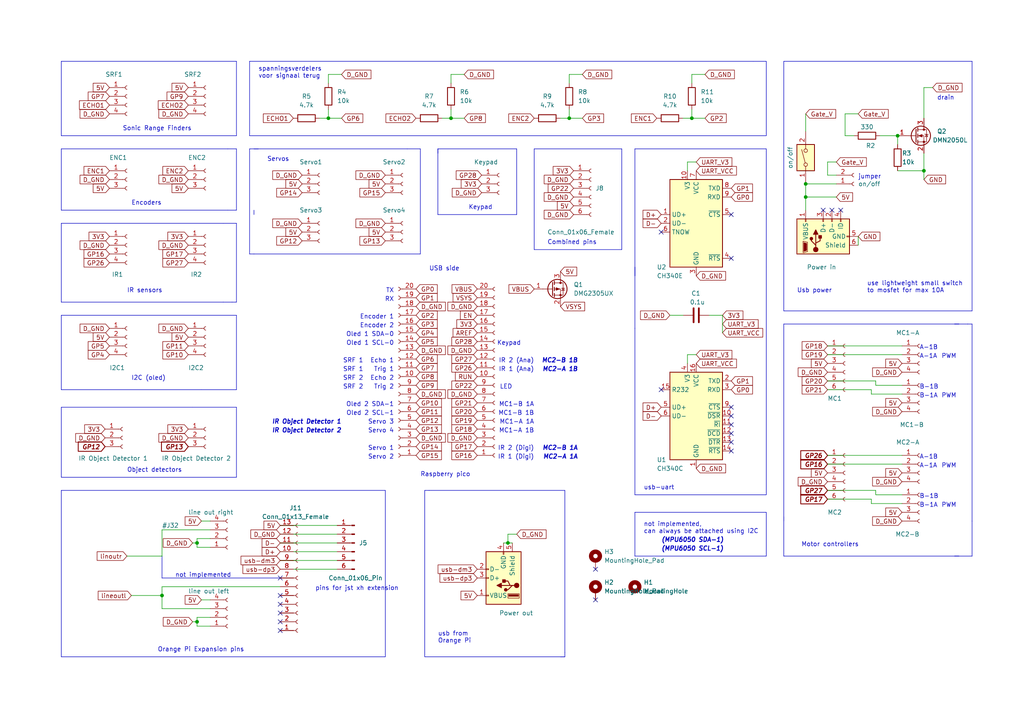
<source format=kicad_sch>
(kicad_sch (version 20230121) (generator eeschema)
  (paper "A4")
  (title_block (date "2023-06-09") (rev "0.8"))
  (junction (at 233.68 53.34))
  (junction (at 130.81 34.29))
  (junction (at 147.32 157.48))
  (junction (at 233.68 57.15))
  (junction (at 57.15 180.34))
  (junction (at 165.1 34.29))
  (junction (at 267.97 49.53))
  (junction (at 46.99 172.72))
  (junction (at 260.35 39.37))
  (junction (at 95.25 34.29))
  (junction (at 200.66 34.29))
  (junction (at 57.15 157.48))
  (no_connect (at 243.84 60.96))
  (no_connect (at 212.09 74.93))
  (no_connect (at 334.01 67.31))
  (no_connect (at 241.3 60.96))
  (no_connect (at 81.28 167.64))
  (no_connect (at 334.01 69.85))
  (no_connect (at 334.01 59.69))
  (no_connect (at 172.72 165.1))
  (no_connect (at 334.01 64.77))
  (no_connect (at 81.28 180.34))
  (no_connect (at 212.09 123.19))
  (no_connect (at 212.09 125.73))
  (no_connect (at 212.09 128.27))
  (no_connect (at 212.09 130.81))
  (no_connect (at 212.09 120.65))
  (no_connect (at 212.09 118.11))
  (no_connect (at 191.77 113.03))
  (no_connect (at 172.72 173.99))
  (no_connect (at 191.77 67.31))
  (no_connect (at 334.01 74.93))
  (no_connect (at 238.76 60.96))
  (no_connect (at 334.01 72.39))
  (no_connect (at 81.28 182.88))
  (no_connect (at 212.09 62.23))
  (no_connect (at 81.28 175.26))
  (no_connect (at 81.28 177.8))
  (no_connect (at 81.28 172.72))
  (wire (pts (xy 36.83 161.29) (xy 46.99 161.29)))
  (wire (pts (xy 318.77 77.47) (xy 334.01 77.47)))
  (wire (pts (xy 55.88 157.48) (xy 57.15 157.48)))
  (wire (pts (xy 38.1 172.72) (xy 46.99 172.72)))
  (polyline (pts (xy 281.94 17.78) (xy 227.33 17.78)))
  (wire (pts (xy 240.03 50.8) (xy 242.57 50.8)))
  (polyline (pts (xy 46.99 161.29) (xy 46.99 167.64)))
  (wire (pts (xy 318.77 87.63) (xy 318.77 86.36)))
  (polyline (pts (xy 281.94 151.13) (xy 281.94 161.29)))
  (polyline (pts (xy 73.66 62.23) (xy 73.66 60.96)))
  (polyline (pts (xy 163.83 189.23) (xy 163.83 190.5)))
  (wire (pts (xy 57.15 181.61) (xy 57.15 180.34)))
  (polyline (pts (xy 111.76 142.24) (xy 17.78 142.24)))
  (polyline (pts (xy 17.78 64.77) (xy 64.77 64.77)))
  (wire (pts (xy 245.11 39.37) (xy 247.65 39.37)))
  (polyline (pts (xy 227.33 93.98) (xy 227.33 151.13)))
  (wire (pts (xy 57.15 179.07) (xy 60.96 179.07)))
  (polyline (pts (xy 121.92 73.66) (xy 121.92 43.18)))
  (wire (pts (xy 254 143.51) (xy 261.62 143.51)))
  (wire (pts (xy 240.03 110.49) (xy 254 110.49)))
  (polyline (pts (xy 17.78 118.11) (xy 17.78 138.43)))
  (wire (pts (xy 331.47 57.15) (xy 334.01 57.15)))
  (polyline (pts (xy 17.78 142.24) (xy 17.78 190.5)))
  (polyline (pts (xy 111.76 190.5) (xy 111.76 142.24)))
  (polyline (pts (xy 127 62.23) (xy 149.86 62.23)))
  (polyline (pts (xy 149.86 62.23) (xy 149.86 43.18)))
  (wire (pts (xy 55.88 180.34) (xy 57.15 180.34)))
  (polyline (pts (xy 227.33 149.86) (xy 227.33 161.29)))
  (wire (pts (xy 254 142.24) (xy 254 143.51)))
  (wire (pts (xy 198.12 34.29) (xy 200.66 34.29)))
  (wire (pts (xy 201.93 102.87) (xy 199.39 102.87)))
  (polyline (pts (xy 184.15 148.59) (xy 222.25 148.59)))
  (wire (pts (xy 252.73 146.05) (xy 261.62 146.05)))
  (wire (pts (xy 267.97 25.4) (xy 270.51 25.4)))
  (wire (pts (xy 201.93 46.99) (xy 199.39 46.99)))
  (polyline (pts (xy 149.86 43.18) (xy 127 43.18)))
  (wire (pts (xy 252.73 113.03) (xy 252.73 114.3)))
  (polyline (pts (xy 222.25 143.51) (xy 222.25 95.25)))
  (wire (pts (xy 95.25 21.59) (xy 95.25 24.13)))
  (polyline (pts (xy 163.83 142.24) (xy 163.83 189.23)))
  (wire (pts (xy 260.35 39.37) (xy 260.35 41.91)))
  (wire (pts (xy 168.91 21.59) (xy 165.1 21.59)))
  (wire (pts (xy 60.96 181.61) (xy 57.15 181.61)))
  (polyline (pts (xy 73.66 43.18) (xy 118.11 43.18)))
  (polyline (pts (xy 222.25 43.18) (xy 222.25 77.47)))
  (polyline (pts (xy 227.33 90.17) (xy 281.94 90.17)))
  (polyline (pts (xy 163.83 190.5) (xy 123.19 190.5)))
  (polyline (pts (xy 218.44 39.37) (xy 222.25 39.37)))
  (polyline (pts (xy 123.19 142.24) (xy 124.46 142.24)))
  (wire (pts (xy 252.73 114.3) (xy 261.62 114.3)))
  (polyline (pts (xy 17.78 17.78) (xy 68.58 17.78)))
  (polyline (pts (xy 184.15 43.18) (xy 184.15 80.01)))
  (polyline (pts (xy 72.39 73.66) (xy 73.66 73.66)))
  (wire (pts (xy 233.68 53.34) (xy 233.68 57.15)))
  (wire (pts (xy 46.99 170.18) (xy 81.28 170.18)))
  (polyline (pts (xy 17.78 64.77) (xy 17.78 87.63)))
  (polyline (pts (xy 184.15 161.29) (xy 184.15 148.59)))
  (wire (pts (xy 194.31 91.44) (xy 198.12 91.44)))
  (polyline (pts (xy 68.58 113.03) (xy 68.58 91.44)))
  (wire (pts (xy 242.57 46.99) (xy 240.03 46.99)))
  (wire (pts (xy 240.03 113.03) (xy 252.73 113.03)))
  (polyline (pts (xy 17.78 39.37) (xy 68.58 39.37)))
  (polyline (pts (xy 124.46 142.24) (xy 163.83 142.24)))
  (polyline (pts (xy 17.78 60.96) (xy 66.04 60.96)))
  (polyline (pts (xy 227.33 161.29) (xy 278.13 161.29)))
  (wire (pts (xy 57.15 157.48) (xy 57.15 156.21)))
  (polyline (pts (xy 74.93 43.18) (xy 72.39 43.18)))
  (wire (pts (xy 46.99 172.72) (xy 46.99 176.53)))
  (polyline (pts (xy 280.67 93.98) (xy 281.94 93.98)))
  (wire (pts (xy 318.77 78.74) (xy 318.77 77.47)))
  (wire (pts (xy 148.59 157.48) (xy 147.32 157.48)))
  (polyline (pts (xy 46.99 167.64) (xy 81.28 167.64)))
  (polyline (pts (xy 72.39 39.37) (xy 218.44 39.37)))
  (wire (pts (xy 252.73 144.78) (xy 252.73 146.05)))
  (wire (pts (xy 254 110.49) (xy 254 111.76)))
  (wire (pts (xy 245.11 33.02) (xy 245.11 39.37)))
  (wire (pts (xy 318.77 62.23) (xy 334.01 62.23)))
  (polyline (pts (xy 154.94 43.18) (xy 180.34 43.18)))
  (wire (pts (xy 165.1 21.59) (xy 165.1 24.13)))
  (polyline (pts (xy 218.44 17.78) (xy 222.25 17.78)))
  (wire (pts (xy 204.47 21.59) (xy 200.66 21.59)))
  (polyline (pts (xy 154.94 43.18) (xy 154.94 72.39)))
  (wire (pts (xy 267.97 49.53) (xy 267.97 52.07)))
  (wire (pts (xy 95.25 34.29) (xy 95.25 31.75)))
  (polyline (pts (xy 127 43.18) (xy 127 44.45)))
  (wire (pts (xy 130.81 21.59) (xy 134.62 21.59)))
  (wire (pts (xy 92.71 34.29) (xy 95.25 34.29)))
  (wire (pts (xy 240.03 100.33) (xy 261.62 100.33)))
  (polyline (pts (xy 67.31 87.63) (xy 68.58 87.63)))
  (wire (pts (xy 240.03 132.08) (xy 261.62 132.08)))
  (wire (pts (xy 318.77 63.5) (xy 318.77 62.23)))
  (wire (pts (xy 205.74 91.44) (xy 209.55 91.44)))
  (wire (pts (xy 267.97 44.45) (xy 267.97 49.53)))
  (polyline (pts (xy 127 43.18) (xy 127 62.23)))
  (wire (pts (xy 233.68 57.15) (xy 242.57 57.15)))
  (wire (pts (xy 130.81 34.29) (xy 134.62 34.29)))
  (polyline (pts (xy 66.04 60.96) (xy 68.58 60.96)))
  (wire (pts (xy 199.39 46.99) (xy 199.39 49.53)))
  (polyline (pts (xy 64.77 87.63) (xy 67.31 87.63)))
  (wire (pts (xy 97.79 162.56) (xy 81.28 162.56)))
  (polyline (pts (xy 227.33 93.98) (xy 278.13 93.98)))
  (polyline (pts (xy 17.78 17.78) (xy 17.78 39.37)))
  (wire (pts (xy 97.79 157.48) (xy 81.28 157.48)))
  (polyline (pts (xy 118.11 43.18) (xy 121.92 43.18)))
  (polyline (pts (xy 58.42 91.44) (xy 68.58 91.44)))
  (wire (pts (xy 260.35 49.53) (xy 267.97 49.53)))
  (wire (pts (xy 200.66 34.29) (xy 200.66 31.75)))
  (wire (pts (xy 46.99 153.67) (xy 60.96 153.67)))
  (wire (pts (xy 317.5 87.63) (xy 318.77 87.63)))
  (polyline (pts (xy 68.58 17.78) (xy 68.58 39.37)))
  (wire (pts (xy 97.79 165.1) (xy 81.28 165.1)))
  (wire (pts (xy 97.79 154.94) (xy 81.28 154.94)))
  (polyline (pts (xy 227.33 17.78) (xy 227.33 90.17)))
  (wire (pts (xy 57.15 156.21) (xy 60.96 156.21)))
  (polyline (pts (xy 180.34 72.39) (xy 154.94 72.39)))
  (polyline (pts (xy 184.15 43.18) (xy 222.25 43.18)))
  (polyline (pts (xy 123.19 189.23) (xy 123.19 142.24)))
  (wire (pts (xy 254 111.76) (xy 261.62 111.76)))
  (wire (pts (xy 240.03 46.99) (xy 240.03 50.8)))
  (polyline (pts (xy 281.94 90.17) (xy 281.94 17.78)))
  (wire (pts (xy 58.42 173.99) (xy 60.96 173.99)))
  (polyline (pts (xy 184.15 143.51) (xy 222.25 143.51)))
  (wire (pts (xy 233.68 57.15) (xy 233.68 60.96)))
  (polyline (pts (xy 184.15 95.25) (xy 184.15 143.51)))
  (polyline (pts (xy 121.92 73.66) (xy 73.66 73.66)))
  (wire (pts (xy 147.32 157.48) (xy 146.05 157.48)))
  (polyline (pts (xy 68.58 138.43) (xy 68.58 118.11)))
  (wire (pts (xy 204.47 34.29) (xy 200.66 34.29)))
  (polyline (pts (xy 276.86 161.29) (xy 281.94 161.29)))
  (polyline (pts (xy 180.34 43.18) (xy 180.34 72.39)))
  (wire (pts (xy 95.25 34.29) (xy 99.06 34.29)))
  (polyline (pts (xy 68.58 60.96) (xy 68.58 43.18)))
  (wire (pts (xy 97.79 160.02) (xy 81.28 160.02)))
  (wire (pts (xy 147.32 154.94) (xy 147.32 157.48)))
  (wire (pts (xy 97.79 152.4) (xy 81.28 152.4)))
  (polyline (pts (xy 55.88 118.11) (xy 17.78 118.11)))
  (polyline (pts (xy 276.86 93.98) (xy 280.67 93.98)))
  (wire (pts (xy 46.99 176.53) (xy 60.96 176.53)))
  (polyline (pts (xy 55.88 118.11) (xy 68.58 118.11)))
  (wire (pts (xy 128.27 34.29) (xy 130.81 34.29)))
  (wire (pts (xy 46.99 153.67) (xy 46.99 161.29)))
  (wire (pts (xy 240.03 142.24) (xy 254 142.24)))
  (polyline (pts (xy 222.25 161.29) (xy 184.15 161.29)))
  (polyline (pts (xy 17.78 190.5) (xy 111.76 190.5)))
  (polyline (pts (xy 222.25 77.47) (xy 222.25 95.25)))
  (polyline (pts (xy 64.77 64.77) (xy 68.58 64.77)))
  (wire (pts (xy 60.96 158.75) (xy 57.15 158.75)))
  (polyline (pts (xy 17.78 113.03) (xy 58.42 113.03)))
  (wire (pts (xy 255.27 39.37) (xy 260.35 39.37)))
  (polyline (pts (xy 72.39 17.78) (xy 72.39 39.37)))
  (wire (pts (xy 267.97 34.29) (xy 267.97 25.4)))
  (wire (pts (xy 165.1 34.29) (xy 165.1 31.75)))
  (wire (pts (xy 57.15 180.34) (xy 57.15 179.07)))
  (wire (pts (xy 209.55 91.44) (xy 209.55 96.52)))
  (polyline (pts (xy 184.15 95.25) (xy 184.15 77.47)))
  (wire (pts (xy 130.81 24.13) (xy 130.81 21.59)))
  (polyline (pts (xy 66.04 43.18) (xy 68.58 43.18)))
  (wire (pts (xy 99.06 21.59) (xy 95.25 21.59)))
  (polyline (pts (xy 222.25 39.37) (xy 222.25 17.78)))
  (wire (pts (xy 248.92 68.58) (xy 248.92 71.12)))
  (polyline (pts (xy 17.78 43.18) (xy 66.04 43.18)))
  (wire (pts (xy 162.56 34.29) (xy 165.1 34.29)))
  (wire (pts (xy 331.47 54.61) (xy 334.01 54.61)))
  (polyline (pts (xy 58.42 91.44) (xy 17.78 91.44)))
  (polyline (pts (xy 68.58 87.63) (xy 68.58 64.77)))
  (wire (pts (xy 317.5 72.39) (xy 318.77 72.39)))
  (wire (pts (xy 200.66 21.59) (xy 200.66 24.13)))
  (wire (pts (xy 358.14 54.61) (xy 355.6 54.61)))
  (polyline (pts (xy 17.78 91.44) (xy 17.78 113.03)))
  (wire (pts (xy 240.03 102.87) (xy 261.62 102.87)))
  (polyline (pts (xy 58.42 113.03) (xy 68.58 113.03)))
  (wire (pts (xy 240.03 144.78) (xy 252.73 144.78)))
  (wire (pts (xy 233.68 53.34) (xy 242.57 53.34)))
  (polyline (pts (xy 281.94 93.98) (xy 281.94 151.13)))
  (wire (pts (xy 355.6 82.55) (xy 358.14 82.55)))
  (wire (pts (xy 233.68 33.02) (xy 233.68 38.1)))
  (polyline (pts (xy 17.78 87.63) (xy 64.77 87.63)))
  (polyline (pts (xy 123.19 189.23) (xy 123.19 190.5)))
  (polyline (pts (xy 222.25 148.59) (xy 222.25 161.29)))
  (polyline (pts (xy 17.78 138.43) (xy 55.88 138.43)))
  (wire (pts (xy 46.99 170.18) (xy 46.99 172.72)))
  (wire (pts (xy 318.77 72.39) (xy 318.77 71.12)))
  (polyline (pts (xy 17.78 43.18) (xy 17.78 60.96)))
  (wire (pts (xy 248.92 33.02) (xy 245.11 33.02)))
  (wire (pts (xy 149.86 154.94) (xy 147.32 154.94)))
  (wire (pts (xy 130.81 34.29) (xy 130.81 31.75)))
  (polyline (pts (xy 72.39 17.78) (xy 218.44 17.78)))
  (wire (pts (xy 240.03 134.62) (xy 261.62 134.62)))
  (polyline (pts (xy 72.39 43.18) (xy 72.39 73.66)))
  (wire (pts (xy 199.39 102.87) (xy 199.39 105.41)))
  (wire (pts (xy 331.47 80.01) (xy 334.01 80.01)))
  (wire (pts (xy 58.42 151.13) (xy 60.96 151.13)))
  (wire (pts (xy 331.47 82.55) (xy 334.01 82.55)))
  (polyline (pts (xy 55.88 138.43) (xy 68.58 138.43)))
  (wire (pts (xy 168.91 34.29) (xy 165.1 34.29)))
  (wire (pts (xy 57.15 158.75) (xy 57.15 157.48)))
  (polyline (pts (xy 163.83 190.5) (xy 162.56 190.5)))
  (text "B-1B" (at 266.7 144.78 0) (effects (font (size 1.27 1.27)) (justify left bottom)))
  (text "SRF 2" (at 105.41 113.03 0) (effects (font (size 1.27 1.27)) (justify right bottom)))
  (text "Encoders" (at 38.1 59.69 0) (effects (font (size 1.27 1.27)) (justify left bottom)))
  (text "SRF 2" (at 105.41 110.49 0) (effects (font (size 1.27 1.27)) (justify right bottom)))
  (text "Motor controllers" (at 232.41 158.75 0) (effects (font (size 1.27 1.27)) (justify left bottom)))
  (text "drain" (at 271.78 29.21 0) (effects (font (size 1.27 1.27)) (justify left bottom)))
  (text "MC1-A 1A" (at 154.94 123.19 0) (effects (font (size 1.27 1.27)) (justify right bottom)))
  (text "IR 1 (Ana)" (at 154.94 107.95 0) (effects (font (size 1.27 1.27)) (justify right bottom)))
  (text "Combined pins" (at 158.75 71.12 0) (effects (font (size 1.27 1.27)) (justify left bottom)))
  (text "use lightweight small switch\nto mosfet for max 10A" (at 251.46 85.09 0) (effects (font (size 1.27 1.27)) (justify left bottom)))
  (text "IR 2 (Ana)" (at 154.94 105.41 0) (effects (font (size 1.27 1.27)) (justify right bottom)))
  (text "Servo 1" (at 114.3 130.81 0) (effects (font (size 1.27 1.27)) (justify right bottom)))
  (text "A-1B" (at 266.7 133.35 0) (effects (font (size 1.27 1.27)) (justify left bottom)))
  (text "Orange Pi Expansion pins" (at 45.72 189.23 0) (effects (font (size 1.27 1.27)) (justify left bottom)))
  (text "Servo 2" (at 114.3 133.35 0) (effects (font (size 1.27 1.27)) (justify right bottom)))
  (text "Trig 1" (at 114.3 107.95 0) (effects (font (size 1.27 1.27)) (justify right bottom)))
  (text "Oled 2 SDA-1" (at 114.3 118.11 0) (effects (font (size 1.27 1.27)) (justify right bottom)))
  (text "SRF 1" (at 105.41 107.95 0) (effects (font (size 1.27 1.27)) (justify right bottom)))
  (text "IR 2 (Digi)" (at 154.94 130.81 0) (effects (font (size 1.27 1.27)) (justify right bottom)))
  (text "IR Object Detector 2" (at 99.06 125.73 0) (effects (font (size 1.27 1.27) (thickness 0.254) bold italic) (justify right bottom)))
  (text "A-1A" (at 266.7 135.89 0) (effects (font (size 1.27 1.27)) (justify left bottom)))
  (text "Trig 2" (at 114.3 113.03 0) (effects (font (size 1.27 1.27)) (justify right bottom)))
  (text "MC1-B 1B" (at 154.94 120.65 0) (effects (font (size 1.27 1.27)) (justify right bottom)))
  (text "Oled 1 SCL-0\n" (at 114.3 100.33 0) (effects (font (size 1.27 1.27)) (justify right bottom)))
  (text "SRF 1" (at 105.41 105.41 0) (effects (font (size 1.27 1.27)) (justify right bottom)))
  (text "LED" (at 148.59 113.03 0) (effects (font (size 1.27 1.27)) (justify right bottom)))
  (text "Keypad" (at 151.13 100.33 0) (effects (font (size 1.27 1.27)) (justify right bottom)))
  (text "Servo 4" (at 114.3 125.73 0) (effects (font (size 1.27 1.27)) (justify right bottom)))
  (text "IR Object Detector 1" (at 99.06 123.19 0) (effects (font (size 1.27 1.27) (thickness 0.254) bold italic) (justify right bottom)))
  (text "Keypad" (at 135.89 60.96 0) (effects (font (size 1.27 1.27)) (justify left bottom)))
  (text "Oled 2 SCL-1" (at 114.3 120.65 0) (effects (font (size 1.27 1.27)) (justify right bottom)))
  (text "MC2-A 1B" (at 167.64 107.95 0) (effects (font (size 1.27 1.27) (thickness 0.254) bold italic) (justify right bottom)))
  (text "Oled 1 SDA-0" (at 114.3 97.79 0) (effects (font (size 1.27 1.27)) (justify right bottom)))
  (text "MC2-B 1A" (at 167.64 130.81 0) (effects (font (size 1.27 1.27) (thickness 0.254) bold italic) (justify right bottom)))
  (text "USB side" (at 124.46 78.74 0) (effects (font (size 1.27 1.27)) (justify left bottom)))
  (text "Servo 3" (at 114.3 123.19 0) (effects (font (size 1.27 1.27)) (justify right bottom)))
  (text "pins for jst xh extension" (at 91.44 171.45 0) (effects (font (size 1.27 1.27)) (justify left bottom)))
  (text "Raspberry pico\n" (at 121.92 138.43 0) (effects (font (size 1.27 1.27)) (justify left bottom)))
  (text "B-1A" (at 266.7 115.57 0) (effects (font (size 1.27 1.27)) (justify left bottom)))
  (text "A-1B" (at 266.7 101.6 0) (effects (font (size 1.27 1.27)) (justify left bottom)))
  (text "MC1-A 1B" (at 154.94 125.73 0) (effects (font (size 1.27 1.27)) (justify right bottom)))
  (text "usb from\nOrange Pi" (at 127 186.69 0) (effects (font (size 1.27 1.27)) (justify left bottom)))
  (text "IR 1 (Digi)" (at 154.94 133.35 0) (effects (font (size 1.27 1.27)) (justify right bottom)))
  (text "jumper" (at 248.92 52.07 0) (effects (font (size 1.27 1.27)) (justify left bottom)))
  (text "Encoder 2" (at 114.3 95.25 0) (effects (font (size 1.27 1.27)) (justify right bottom)))
  (text "B-1A" (at 266.7 147.32 0) (effects (font (size 1.27 1.27)) (justify left bottom)))
  (text "I2C (oled)" (at 38.1 110.49 0) (effects (font (size 1.27 1.27)) (justify left bottom)))
  (text "Echo 2" (at 114.3 110.49 0) (effects (font (size 1.27 1.27)) (justify right bottom)))
  (text "(MPU6050 SDA-1)" (at 191.77 157.48 0) (effects (font (size 1.27 1.27) (thickness 0.254) bold italic) (justify left bottom)))
  (text "not implemented" (at 50.8 167.64 0) (effects (font (size 1.27 1.27)) (justify left bottom)))
  (text "TX" (at 114.3 85.09 0) (effects (font (size 1.27 1.27)) (justify right bottom)))
  (text "A-1A" (at 266.7 104.14 0) (effects (font (size 1.27 1.27)) (justify left bottom)))
  (text "Sonic Range Finders" (at 35.56 38.1 0) (effects (font (size 1.27 1.27)) (justify left bottom)))
  (text "not implemented,\ncan always be attached using I2C" (at 186.69 154.94 0) (effects (font (size 1.27 1.27)) (justify left bottom)))
  (text "Object detectors" (at 36.83 137.16 0) (effects (font (size 1.27 1.27)) (justify left bottom)))
  (text "IR sensors" (at 36.83 85.09 0) (effects (font (size 1.27 1.27)) (justify left bottom)))
  (text "Usb power" (at 231.14 85.09 0) (effects (font (size 1.27 1.27)) (justify left bottom)))
  (text "B-1B" (at 266.7 113.03 0) (effects (font (size 1.27 1.27)) (justify left bottom)))
  (text "PWM" (at 273.05 135.89 0) (effects (font (size 1.27 1.27)) (justify left bottom)))
  (text "usb-uart" (at 186.69 142.24 0) (effects (font (size 1.27 1.27)) (justify left bottom)))
  (text "PWM" (at 273.05 115.57 0) (effects (font (size 1.27 1.27)) (justify left bottom)))
  (text "(MPU6050 SCL-1)" (at 191.77 160.02 0) (effects (font (size 1.27 1.27) (thickness 0.254) bold italic) (justify left bottom)))
  (text "PWM" (at 273.05 104.14 0) (effects (font (size 1.27 1.27)) (justify left bottom)))
  (text "MC2-A 1A" (at 167.64 133.35 0) (effects (font (size 1.27 1.27) (thickness 0.254) bold italic) (justify right bottom)))
  (text "spanningsverdelers\nvoor signaal terug" (at 74.93 22.86 0) (effects (font (size 1.27 1.27)) (justify left bottom)))
  (text "Servos" (at 77.47 46.99 0) (effects (font (size 1.27 1.27)) (justify left bottom)))
  (text "PWM" (at 273.05 147.32 0) (effects (font (size 1.27 1.27)) (justify left bottom)))
  (text "RX" (at 114.3 87.63 0) (effects (font (size 1.27 1.27)) (justify right bottom)))
  (text "MC2-B 1B" (at 167.64 105.41 0) (effects (font (size 1.27 1.27) (thickness 0.254) bold italic) (justify right bottom)))
  (text "Echo 1" (at 114.3 105.41 0) (effects (font (size 1.27 1.27)) (justify right bottom)))
  (text "MC1-B 1A" (at 154.94 118.11 0) (effects (font (size 1.27 1.27)) (justify right bottom)))
  (text "Encoder 1" (at 114.3 92.71 0) (effects (font (size 1.27 1.27)) (justify right bottom)))
  (global_label "GP12" (shape input) (at 30.48 129.54 180) (effects (font (thickness 0.254) bold italic)) (property "Intersheetrefs" "${INTERSHEET_REFS}" (effects hide)))
  (global_label "GP21" (shape input) (at 240.03 113.03 180) (property "Intersheetrefs" "${INTERSHEET_REFS}" (effects hide)))
  (global_label "GND" (shape input) (at 248.92 68.58 0) (property "Intersheetrefs" "${INTERSHEET_REFS}" (effects hide)))
  (global_label "5V" (shape input) (at 261.62 105.41 180) (property "Intersheetrefs" "${INTERSHEET_REFS}" (effects hide)))
  (global_label "3V3" (shape input) (at 139.7 53.34 180) (property "Intersheetrefs" "${INTERSHEET_REFS}" (effects hide)))
  (global_label "GP14" (shape input) (at 87.63 55.88 180) (property "Intersheetrefs" "${INTERSHEET_REFS}" (effects hide)))
  (global_label "Gate_V" (shape input) (at 242.57 46.99 0) (property "Intersheetrefs" "${INTERSHEET_REFS}" (effects hide)))
  (global_label "GND" (shape input) (at 358.14 54.61 0) (property "Intersheetrefs" "${INTERSHEET_REFS}" (effects hide)))
  (global_label "D_GND" (shape input) (at 149.86 154.94 0) (property "Intersheetrefs" "${INTERSHEET_REFS}" (effects hide)))
  (global_label "5V" (shape input) (at 81.28 152.4 180) (property "Intersheetrefs" "${INTERSHEET_REFS}" (effects hide)))
  (global_label "5V" (shape input) (at 331.47 80.01 180) (property "Intersheetrefs" "${INTERSHEET_REFS}" (effects hide)))
  (global_label "GP18" (shape input) (at 138.43 124.46 180) (property "Intersheetrefs" "${INTERSHEET_REFS}" (effects hide)))
  (global_label "GP4" (shape input) (at 120.65 96.52 0) (property "Intersheetrefs" "${INTERSHEET_REFS}" (effects hide)))
  (global_label "D_GND" (shape input) (at 138.43 114.3 180) (property "Intersheetrefs" "${INTERSHEET_REFS}" (effects hide)))
  (global_label "5V" (shape input) (at 240.03 105.41 180) (property "Intersheetrefs" "${INTERSHEET_REFS}" (effects hide)))
  (global_label "D_GND" (shape input) (at 166.37 57.15 180) (property "Intersheetrefs" "${INTERSHEET_REFS}" (effects hide)))
  (global_label "UART_V3" (shape input) (at 209.55 93.98 0) (property "Intersheetrefs" "${INTERSHEET_REFS}" (effects hide)))
  (global_label "GP1" (shape input) (at 212.09 54.61 0) (property "Intersheetrefs" "${INTERSHEET_REFS}" (effects hide)))
  (global_label "GP16" (shape input) (at 240.03 134.62 180) (effects (font (thickness 0.254) bold italic)) (property "Intersheetrefs" "${INTERSHEET_REFS}" (effects hide)))
  (global_label "GP27" (shape input) (at 54.61 76.2 180) (property "Intersheetrefs" "${INTERSHEET_REFS}" (effects hide)))
  (global_label "GP12" (shape input) (at 87.63 69.85 180) (property "Intersheetrefs" "${INTERSHEET_REFS}" (effects hide)))
  (global_label "GP16" (shape input) (at 31.75 73.66 180) (property "Intersheetrefs" "${INTERSHEET_REFS}" (effects hide)))
  (global_label "usb-dm3" (shape input) (at 138.43 165.1 180) (property "Intersheetrefs" "${INTERSHEET_REFS}" (effects hide)))
  (global_label "D_GND" (shape input) (at 194.31 91.44 180) (property "Intersheetrefs" "${INTERSHEET_REFS}" (effects hide)))
  (global_label "D_GND" (shape input) (at 139.7 55.88 180) (property "Intersheetrefs" "${INTERSHEET_REFS}" (effects hide)))
  (global_label "GP2" (shape input) (at 120.65 91.44 0) (property "Intersheetrefs" "${INTERSHEET_REFS}" (effects hide)))
  (global_label "GP17" (shape input) (at 54.61 73.66 180) (property "Intersheetrefs" "${INTERSHEET_REFS}" (effects hide)))
  (global_label "GP6" (shape input) (at 99.06 34.29 0) (property "Intersheetrefs" "${INTERSHEET_REFS}" (effects hide)))
  (global_label "D_GND" (shape input) (at 99.06 21.59 0) (property "Intersheetrefs" "${INTERSHEET_REFS}" (effects hide)))
  (global_label "GP10" (shape input) (at 120.65 116.84 0) (property "Intersheetrefs" "${INTERSHEET_REFS}" (effects hide)))
  (global_label "D_GND" (shape input) (at 138.43 127 180) (property "Intersheetrefs" "${INTERSHEET_REFS}" (effects hide)))
  (global_label "D_GND" (shape input) (at 261.62 119.38 180) (property "Intersheetrefs" "${INTERSHEET_REFS}" (effects hide)))
  (global_label "GP3" (shape input) (at 120.65 93.98 0) (property "Intersheetrefs" "${INTERSHEET_REFS}" (effects hide)))
  (global_label "D_GND" (shape input) (at 87.63 64.77 180) (property "Intersheetrefs" "${INTERSHEET_REFS}" (effects hide)))
  (global_label "D_GND" (shape input) (at 54.61 71.12 180) (property "Intersheetrefs" "${INTERSHEET_REFS}" (effects hide)))
  (global_label "D_GND" (shape input) (at 261.62 151.13 180) (property "Intersheetrefs" "${INTERSHEET_REFS}" (effects hide)))
  (global_label "D_GND" (shape input) (at 54.61 127 180) (property "Intersheetrefs" "${INTERSHEET_REFS}" (effects hide)))
  (global_label "GP9" (shape input) (at 54.61 27.94 180) (property "Intersheetrefs" "${INTERSHEET_REFS}" (effects hide)))
  (global_label "GP5" (shape input) (at 31.75 100.33 180) (property "Intersheetrefs" "${INTERSHEET_REFS}" (effects hide)))
  (global_label "5V" (shape input) (at 261.62 116.84 180) (property "Intersheetrefs" "${INTERSHEET_REFS}" (effects hide)))
  (global_label "3V3" (shape input) (at 166.37 49.53 180) (property "Intersheetrefs" "${INTERSHEET_REFS}" (effects hide)))
  (global_label "GP26" (shape input) (at 31.75 76.2 180) (property "Intersheetrefs" "${INTERSHEET_REFS}" (effects hide)))
  (global_label "D_GND" (shape input) (at 120.65 114.3 0) (property "Intersheetrefs" "${INTERSHEET_REFS}" (effects hide)))
  (global_label "ECHO1" (shape input) (at 31.75 30.48 180) (property "Intersheetrefs" "${INTERSHEET_REFS}" (effects hide)))
  (global_label "5V" (shape input) (at 111.76 53.34 180) (property "Intersheetrefs" "${INTERSHEET_REFS}" (effects hide)))
  (global_label "D_GND" (shape input) (at 270.51 25.4 0) (property "Intersheetrefs" "${INTERSHEET_REFS}" (effects hide)))
  (global_label "ENC1" (shape input) (at 31.75 49.53 180) (property "Intersheetrefs" "${INTERSHEET_REFS}" (effects hide)))
  (global_label "GP13" (shape input) (at 120.65 124.46 0) (property "Intersheetrefs" "${INTERSHEET_REFS}" (effects hide)))
  (global_label "D_GND" (shape input) (at 201.93 135.89 0) (property "Intersheetrefs" "${INTERSHEET_REFS}" (effects hide)))
  (global_label "ECHO1" (shape input) (at 85.09 34.29 180) (property "Intersheetrefs" "${INTERSHEET_REFS}" (effects hide)))
  (global_label "5V" (shape input) (at 58.42 151.13 180) (property "Intersheetrefs" "${INTERSHEET_REFS}" (effects hide)))
  (global_label "5V" (shape input) (at 31.75 54.61 180) (property "Intersheetrefs" "${INTERSHEET_REFS}" (effects hide)))
  (global_label "GP16" (shape input) (at 138.43 132.08 180) (property "Intersheetrefs" "${INTERSHEET_REFS}" (effects hide)))
  (global_label "D_GND" (shape input) (at 31.75 71.12 180) (property "Intersheetrefs" "${INTERSHEET_REFS}" (effects hide)))
  (global_label "GND" (shape input) (at 317.5 72.39 180) (property "Intersheetrefs" "${INTERSHEET_REFS}" (effects hide)))
  (global_label "GP3" (shape input) (at 168.91 34.29 0) (property "Intersheetrefs" "${INTERSHEET_REFS}" (effects hide)))
  (global_label "GP15" (shape input) (at 111.76 55.88 180) (property "Intersheetrefs" "${INTERSHEET_REFS}" (effects hide)))
  (global_label "D_GND" (shape input) (at 31.75 52.07 180) (property "Intersheetrefs" "${INTERSHEET_REFS}" (effects hide)))
  (global_label "GP1" (shape input) (at 212.09 110.49 0) (property "Intersheetrefs" "${INTERSHEET_REFS}" (effects hide)))
  (global_label "GP28" (shape input) (at 139.7 50.8 180) (property "Intersheetrefs" "${INTERSHEET_REFS}" (effects hide)))
  (global_label "linoutr" (shape input) (at 36.83 161.29 180) (property "Intersheetrefs" "${INTERSHEET_REFS}" (effects hide)))
  (global_label "D_GND" (shape input) (at 30.48 127 180) (property "Intersheetrefs" "${INTERSHEET_REFS}" (effects hide)))
  (global_label "GP6" (shape input) (at 120.65 104.14 0) (property "Intersheetrefs" "${INTERSHEET_REFS}" (effects hide)))
  (global_label "D_GND" (shape input) (at 134.62 21.59 0) (property "Intersheetrefs" "${INTERSHEET_REFS}" (effects hide)))
  (global_label "GP4" (shape input) (at 31.75 102.87 180) (property "Intersheetrefs" "${INTERSHEET_REFS}" (effects hide)))
  (global_label "GP14" (shape input) (at 120.65 129.54 0) (property "Intersheetrefs" "${INTERSHEET_REFS}" (effects hide)))
  (global_label "5V" (shape input) (at 31.75 25.4 180) (property "Intersheetrefs" "${INTERSHEET_REFS}" (effects hide)))
  (global_label "GND" (shape input) (at 358.14 82.55 0) (property "Intersheetrefs" "${INTERSHEET_REFS}" (effects hide)))
  (global_label "VSYS" (shape input) (at 138.43 86.36 180) (property "Intersheetrefs" "${INTERSHEET_REFS}" (effects hide)))
  (global_label "ENC2" (shape input) (at 54.61 49.53 180) (property "Intersheetrefs" "${INTERSHEET_REFS}" (effects hide)))
  (global_label "usb-dp3" (shape input) (at 81.28 165.1 180) (property "Intersheetrefs" "${INTERSHEET_REFS}" (effects hide)))
  (global_label "D_GND" (shape input) (at 240.03 139.7 180) (property "Intersheetrefs" "${INTERSHEET_REFS}" (effects hide)))
  (global_label "D_GND" (shape input) (at 31.75 95.25 180) (property "Intersheetrefs" "${INTERSHEET_REFS}" (effects hide)))
  (global_label "GP18" (shape input) (at 240.03 100.33 180) (property "Intersheetrefs" "${INTERSHEET_REFS}" (effects hide)))
  (global_label "GP27" (shape input) (at 138.43 104.14 180) (property "Intersheetrefs" "${INTERSHEET_REFS}" (effects hide)))
  (global_label "UART_VCC" (shape input) (at 201.93 49.53 0) (property "Intersheetrefs" "${INTERSHEET_REFS}" (effects hide)))
  (global_label "RUN" (shape input) (at 138.43 109.22 180) (property "Intersheetrefs" "${INTERSHEET_REFS}" (effects hide)))
  (global_label "GP9" (shape input) (at 120.65 111.76 0) (property "Intersheetrefs" "${INTERSHEET_REFS}" (effects hide)))
  (global_label "5V" (shape input) (at 58.42 173.99 180) (property "Intersheetrefs" "${INTERSHEET_REFS}" (effects hide)))
  (global_label "D_GND" (shape input) (at 111.76 50.8 180) (property "Intersheetrefs" "${INTERSHEET_REFS}" (effects hide)))
  (global_label "GP5" (shape input) (at 120.65 99.06 0) (property "Intersheetrefs" "${INTERSHEET_REFS}" (effects hide)))
  (global_label "D_GND" (shape input) (at 31.75 33.02 180) (property "Intersheetrefs" "${INTERSHEET_REFS}" (effects hide)))
  (global_label "3V3" (shape input) (at 54.61 68.58 180) (property "Intersheetrefs" "${INTERSHEET_REFS}" (effects hide)))
  (global_label "5V" (shape input) (at 87.63 67.31 180) (property "Intersheetrefs" "${INTERSHEET_REFS}" (effects hide)))
  (global_label "D_GND" (shape input) (at 138.43 88.9 180) (property "Intersheetrefs" "${INTERSHEET_REFS}" (effects hide)))
  (global_label "GND" (shape input) (at 317.5 87.63 180) (property "Intersheetrefs" "${INTERSHEET_REFS}" (effects hide)))
  (global_label "D_GND" (shape input) (at 54.61 52.07 180) (property "Intersheetrefs" "${INTERSHEET_REFS}" (effects hide)))
  (global_label "usb-dm3" (shape input) (at 81.28 162.56 180) (property "Intersheetrefs" "${INTERSHEET_REFS}" (effects hide)))
  (global_label "GND" (shape input) (at 331.47 82.55 180) (property "Intersheetrefs" "${INTERSHEET_REFS}" (effects hide)))
  (global_label "5V" (shape input) (at 240.03 137.16 180) (property "Intersheetrefs" "${INTERSHEET_REFS}" (effects hide)))
  (global_label "ENC2" (shape input) (at 154.94 34.29 180) (property "Intersheetrefs" "${INTERSHEET_REFS}" (effects hide)))
  (global_label "GP21" (shape input) (at 138.43 116.84 180) (property "Intersheetrefs" "${INTERSHEET_REFS}" (effects hide)))
  (global_label "GP0" (shape input) (at 212.09 57.15 0) (property "Intersheetrefs" "${INTERSHEET_REFS}" (effects hide)))
  (global_label "GP10" (shape input) (at 54.61 102.87 180) (property "Intersheetrefs" "${INTERSHEET_REFS}" (effects hide)))
  (global_label "3V3" (shape input) (at 54.61 124.46 180) (property "Intersheetrefs" "${INTERSHEET_REFS}" (effects hide)))
  (global_label "GND" (shape input) (at 331.47 54.61 180) (property "Intersheetrefs" "${INTERSHEET_REFS}" (effects hide)))
  (global_label "GP13" (shape input) (at 111.76 69.85 180) (property "Intersheetrefs" "${INTERSHEET_REFS}" (effects hide)))
  (global_label "GP22" (shape input) (at 138.43 111.76 180) (property "Intersheetrefs" "${INTERSHEET_REFS}" (effects hide)))
  (global_label "AREF" (shape input) (at 138.43 96.52 180) (property "Intersheetrefs" "${INTERSHEET_REFS}" (effects hide)))
  (global_label "GP7" (shape input) (at 120.65 106.68 0) (property "Intersheetrefs" "${INTERSHEET_REFS}" (effects hide)))
  (global_label "D-" (shape input) (at 191.77 64.77 180) (property "Intersheetrefs" "${INTERSHEET_REFS}" (effects hide)))
  (global_label "GP12" (shape input) (at 120.65 121.92 0) (property "Intersheetrefs" "${INTERSHEET_REFS}" (effects hide)))
  (global_label "D_GND" (shape input) (at 55.88 157.48 180) (property "Intersheetrefs" "${INTERSHEET_REFS}" (effects hide)))
  (global_label "5V" (shape input) (at 261.62 148.59 180) (property "Intersheetrefs" "${INTERSHEET_REFS}" (effects hide)))
  (global_label "5V" (shape input) (at 31.75 97.79 180) (property "Intersheetrefs" "${INTERSHEET_REFS}" (effects hide)))
  (global_label "D_GND" (shape input) (at 81.28 154.94 180) (property "Intersheetrefs" "${INTERSHEET_REFS}" (effects hide)))
  (global_label "3V3" (shape input) (at 30.48 124.46 180) (property "Intersheetrefs" "${INTERSHEET_REFS}" (effects hide)))
  (global_label "5V" (shape input) (at 111.76 67.31 180) (property "Intersheetrefs" "${INTERSHEET_REFS}" (effects hide)))
  (global_label "UART_VCC" (shape input) (at 201.93 105.41 0) (property "Intersheetrefs" "${INTERSHEET_REFS}" (effects hide)))
  (global_label "5V" (shape input) (at 87.63 53.34 180) (property "Intersheetrefs" "${INTERSHEET_REFS}" (effects hide)))
  (global_label "D_GND" (shape input) (at 111.76 64.77 180) (property "Intersheetrefs" "${INTERSHEET_REFS}" (effects hide)))
  (global_label "D+" (shape input) (at 191.77 62.23 180) (property "Intersheetrefs" "${INTERSHEET_REFS}" (effects hide)))
  (global_label "D_GND" (shape input) (at 261.62 139.7 180) (property "Intersheetrefs" "${INTERSHEET_REFS}" (effects hide)))
  (global_label "D_GND" (shape input) (at 166.37 62.23 180) (property "Intersheetrefs" "${INTERSHEET_REFS}" (effects hide)))
  (global_label "GP8" (shape input) (at 134.62 34.29 0) (property "Intersheetrefs" "${INTERSHEET_REFS}" (effects hide)))
  (global_label "5V" (shape input) (at 242.57 57.15 0) (property "Intersheetrefs" "${INTERSHEET_REFS}" (effects hide)))
  (global_label "GP0" (shape input) (at 120.65 83.82 0) (property "Intersheetrefs" "${INTERSHEET_REFS}" (effects hide)))
  (global_label "D-" (shape input) (at 191.77 120.65 180) (property "Intersheetrefs" "${INTERSHEET_REFS}" (effects hide)))
  (global_label "Gate_V" (shape input) (at 233.68 33.02 0) (property "Intersheetrefs" "${INTERSHEET_REFS}" (effects hide)))
  (global_label "GP17" (shape input) (at 240.03 144.78 180) (effects (font (thickness 0.254) bold italic)) (property "Intersheetrefs" "${INTERSHEET_REFS}" (effects hide)))
  (global_label "UART_V3" (shape input) (at 201.93 46.99 0) (property "Intersheetrefs" "${INTERSHEET_REFS}" (effects hide)))
  (global_label "D_GND" (shape input) (at 87.63 50.8 180) (property "Intersheetrefs" "${INTERSHEET_REFS}" (effects hide)))
  (global_label "D_GND" (shape input) (at 240.03 107.95 180) (property "Intersheetrefs" "${INTERSHEET_REFS}" (effects hide)))
  (global_label "ENC1" (shape input) (at 190.5 34.29 180) (property "Intersheetrefs" "${INTERSHEET_REFS}" (effects hide)))
  (global_label "D_GND" (shape input) (at 168.91 21.59 0) (property "Intersheetrefs" "${INTERSHEET_REFS}" (effects hide)))
  (global_label "D-" (shape input) (at 81.28 157.48 180) (property "Intersheetrefs" "${INTERSHEET_REFS}" (effects hide)))
  (global_label "ECHO2" (shape input) (at 120.65 34.29 180) (property "Intersheetrefs" "${INTERSHEET_REFS}" (effects hide)))
  (global_label "5V" (shape input) (at 54.61 97.79 180) (property "Intersheetrefs" "${INTERSHEET_REFS}" (effects hide)))
  (global_label "GP15" (shape input) (at 120.65 132.08 0) (property "Intersheetrefs" "${INTERSHEET_REFS}" (effects hide)))
  (global_label "GP27" (shape input) (at 240.03 142.24 180) (effects (font (thickness 0.254) bold italic)) (property "Intersheetrefs" "${INTERSHEET_REFS}" (effects hide)))
  (global_label "GP13" (shape input) (at 54.61 129.54 180) (effects (font bold italic)) (property "Intersheetrefs" "${INTERSHEET_REFS}" (effects hide)))
  (global_label "D_GND" (shape input) (at 204.47 21.59 0) (property "Intersheetrefs" "${INTERSHEET_REFS}" (effects hide)))
  (global_label "D_GND" (shape input) (at 120.65 101.6 0) (property "Intersheetrefs" "${INTERSHEET_REFS}" (effects hide)))
  (global_label "3V3" (shape input) (at 138.43 93.98 180) (property "Intersheetrefs" "${INTERSHEET_REFS}" (effects hide)))
  (global_label "5V" (shape input) (at 54.61 54.61 180) (property "Intersheetrefs" "${INTERSHEET_REFS}" (effects hide)))
  (global_label "GP19" (shape input) (at 138.43 121.92 180) (property "Intersheetrefs" "${INTERSHEET_REFS}" (effects hide)))
  (global_label "D_GND" (shape input) (at 55.88 180.34 180) (property "Intersheetrefs" "${INTERSHEET_REFS}" (effects hide)))
  (global_label "usb-dp3" (shape input) (at 138.43 167.64 180) (property "Intersheetrefs" "${INTERSHEET_REFS}" (effects hide)))
  (global_label "VBUS" (shape input) (at 154.94 83.82 180) (property "Intersheetrefs" "${INTERSHEET_REFS}" (effects hide)))
  (global_label "ECHO2" (shape input) (at 54.61 30.48 180) (property "Intersheetrefs" "${INTERSHEET_REFS}" (effects hide)))
  (global_label "VSYS" (shape input) (at 162.56 88.9 0) (property "Intersheetrefs" "${INTERSHEET_REFS}" (effects hide)))
  (global_label "GP20" (shape input) (at 138.43 119.38 180) (property "Intersheetrefs" "${INTERSHEET_REFS}" (effects hide)))
  (global_label "Gate_V" (shape input) (at 248.92 33.02 0) (property "Intersheetrefs" "${INTERSHEET_REFS}" (effects hide)))
  (global_label "5V" (shape input) (at 138.43 172.72 180) (property "Intersheetrefs" "${INTERSHEET_REFS}" (effects hide)))
  (global_label "3V3" (shape input) (at 209.55 91.44 0) (property "Intersheetrefs" "${INTERSHEET_REFS}" (effects hide)))
  (global_label "UART_V3" (shape input) (at 201.93 102.87 0) (property "Intersheetrefs" "${INTERSHEET_REFS}" (effects hide)))
  (global_label "VBUS" (shape input) (at 138.43 83.82 180) (property "Intersheetrefs" "${INTERSHEET_REFS}" (effects hide)))
  (global_label "D_GND" (shape input) (at 201.93 80.01 0) (property "Intersheetrefs" "${INTERSHEET_REFS}" (effects hide)))
  (global_label "5V" (shape input) (at 331.47 57.15 180) (property "Intersheetrefs" "${INTERSHEET_REFS}" (effects hide)))
  (global_label "D_GND" (shape input) (at 166.37 52.07 180) (property "Intersheetrefs" "${INTERSHEET_REFS}" (effects hide)))
  (global_label "D_GND" (shape input) (at 54.61 33.02 180) (property "Intersheetrefs" "${INTERSHEET_REFS}" (effects hide)))
  (global_label "5V" (shape input) (at 162.56 78.74 0) (property "Intersheetrefs" "${INTERSHEET_REFS}" (effects hide)))
  (global_label "GND" (shape input) (at 267.97 52.07 0) (property "Intersheetrefs" "${INTERSHEET_REFS}" (effects hide)))
  (global_label "D_GND" (shape input) (at 120.65 88.9 0) (property "Intersheetrefs" "${INTERSHEET_REFS}" (effects hide)))
  (global_label "D_GND" (shape input) (at 54.61 95.25 180) (property "Intersheetrefs" "${INTERSHEET_REFS}" (effects hide)))
  (global_label "GP20" (shape input) (at 240.03 110.49 180) (property "Intersheetrefs" "${INTERSHEET_REFS}" (effects hide)))
  (global_label "GP26" (shape input) (at 240.03 132.08 180) (effects (font (thickness 0.254) bold italic)) (property "Intersheetrefs" "${INTERSHEET_REFS}" (effects hide)))
  (global_label "3V3" (shape input) (at 31.75 68.58 180) (property "Intersheetrefs" "${INTERSHEET_REFS}" (effects hide)))
  (global_label "D_GND" (shape input) (at 120.65 127 0) (property "Intersheetrefs" "${INTERSHEET_REFS}" (effects hide)))
  (global_label "GP22" (shape input) (at 166.37 54.61 180) (property "Intersheetrefs" "${INTERSHEET_REFS}" (effects hide)))
  (global_label "5V" (shape input) (at 261.62 137.16 180) (property "Intersheetrefs" "${INTERSHEET_REFS}" (effects hide)))
  (global_label "GP11" (shape input) (at 54.61 100.33 180) (property "Intersheetrefs" "${INTERSHEET_REFS}" (effects hide)))
  (global_label "lineoutl" (shape input) (at 38.1 172.72 180) (property "Intersheetrefs" "${INTERSHEET_REFS}" (effects hide)))
  (global_label "GP2" (shape input) (at 204.47 34.29 0) (property "Intersheetrefs" "${INTERSHEET_REFS}" (effects hide)))
  (global_label "D+" (shape input) (at 191.77 118.11 180) (property "Intersheetrefs" "${INTERSHEET_REFS}" (effects hide)))
  (global_label "D_GND" (shape input) (at 261.62 107.95 180) (property "Intersheetrefs" "${INTERSHEET_REFS}" (effects hide)))
  (global_label "D_GND" (shape input) (at 138.43 101.6 180) (property "Intersheetrefs" "${INTERSHEET_REFS}" (effects hide)))
  (global_label "GP17" (shape input) (at 138.43 129.54 180) (property "Intersheetrefs" "${INTERSHEET_REFS}" (effects hide)))
  (global_label "UART_VCC" (shape input) (at 209.55 96.52 0) (property "Intersheetrefs" "${INTERSHEET_REFS}" (effects hide)))
  (global_label "GP0" (shape input) (at 212.09 113.03 0) (property "Intersheetrefs" "${INTERSHEET_REFS}" (effects hide)))
  (global_label "GP19" (shape input) (at 240.03 102.87 180) (property "Intersheetrefs" "${INTERSHEET_REFS}" (effects hide)))
  (global_label "GP7" (shape input) (at 31.75 27.94 180) (property "Intersheetrefs" "${INTERSHEET_REFS}" (effects hide)))
  (global_label "GP8" (shape input) (at 120.65 109.22 0) (property "Intersheetrefs" "${INTERSHEET_REFS}" (effects hide)))
  (global_label "GP26" (shape input) (at 138.43 106.68 180) (property "Intersheetrefs" "${INTERSHEET_REFS}" (effects hide)))
  (global_label "5V" (shape input) (at 166.37 59.69 180) (property "Intersheetrefs" "${INTERSHEET_REFS}" (effects hide)))
  (global_label "D+" (shape input) (at 81.28 160.02 180) (property "Intersheetrefs" "${INTERSHEET_REFS}" (effects hide)))
  (global_label "EN" (shape input) (at 138.43 91.44 180) (property "Intersheetrefs" "${INTERSHEET_REFS}" (effects hide)))
  (global_label "GP28" (shape input) (at 138.43 99.06 180) (property "Intersheetrefs" "${INTERSHEET_REFS}" (effects hide)))
  (global_label "GP11" (shape input) (at 120.65 119.38 0) (property "Intersheetrefs" "${INTERSHEET_REFS}" (effects hide)))
  (global_label "GP1" (shape input) (at 120.65 86.36 0) (property "Intersheetrefs" "${INTERSHEET_REFS}" (effects hide)))
  (global_label "5V" (shape input) (at 54.61 25.4 180) (property "Intersheetrefs" "${INTERSHEET_REFS}" (effects hide)))
  (symbol (lib_id "Device:R") (at 260.35 45.72 180) (unit 1)
    (property "Reference" "R3" (at 261.62 44.45 0) (effects (justify right)))
    (property "Value" "10k" (at 261.62 46.99 0) (effects (justify right)))
    (property "Footprint" "Resistor_SMD:R_1206_3216Metric" (effects hide))
    (property "Farnell_num" "2008395" (effects hide))
    (property "Manufacturer" "BOURNS" (effects hide))
    (property "Manufacturer_num" "CR1206-FX-1002ELF" (effects hide))
    (property "remarks" "can be any 1/4W 1206 10K resistor" (effects hide))
    (property "LCSC" "C205047" (effects hide))
  )
  (symbol (lib_id "Connector:Conn_01x04_Female") (at 36.83 97.79 0) (unit 1)
    (property "Reference" "J30" (effects hide))
    (property "Value" "I2C1" (at 31.75 106.68 0) (effects (justify left)))
    (property "Footprint" "Connector_JST:JST_XH_B4B-XH-A_1x04_P2.50mm_Vertical" (effects hide))
    (property "Farnell_num" "1516278" (effects hide))
    (property "Manufacturer" "JST" (effects hide))
    (property "Manufacturer_num" "B4B-XH-A (LF)(SN)" (effects hide))
    (property "remarks" "Same as J10 IR1" (effects hide))
    (property "farnell_alternative" "3287574" (effects hide))
    (property "LCSC" "C144395" (effects hide))
  )
  (symbol (lib_id "Mechanical:MountingHole") (at 184.15 170.18 0) (unit 1)
    (property "Reference" "H1" (at 186.69 168.91 0) (effects (justify left)))
    (property "Value" "MountingHole" (at 186.69 171.45 0) (effects (justify left)))
    (property "Footprint" "MountingHole:MountingHole_3.7mm" (effects hide))
  )
  (symbol (lib_id "Connector:Conn_01x03_Female") (at 116.84 53.34 0) (unit 1)
    (property "Reference" "J27" (effects hide))
    (property "Value" "Servo2" (at 114.3 46.99 0))
    (property "Footprint" "Connector_PinHeader_2.54mm:PinHeader_1x03_P2.54mm_Vertical" (effects hide))
    (property "Farnell_num" "1022248" (effects hide))
    (property "Manufacturer" "HARWIN" (effects hide))
    (property "Manufacturer_num" "M20-9990345" (effects hide))
    (property "remarks" "same as J1" (effects hide))
    (property "LCSC" "C49257" (effects hide))
  )
  (symbol (lib_id "Device:R") (at 200.66 27.94 0) (unit 1)
    (property "Reference" "R11" (at 203.2 26.6699 0) (effects (justify left)))
    (property "Value" "10k" (at 203.2 29.2099 0) (effects (justify left)))
    (property "Footprint" "Resistor_SMD:R_1206_3216Metric" (effects hide))
    (property "Farnell_num" "2008395" (effects hide))
    (property "Manufacturer" "BOURNS" (effects hide))
    (property "Manufacturer_num" "CR1206-FX-1002ELF" (effects hide))
    (property "remarks" "can be any 1/4W 1206 10K resistor" (effects hide))
    (property "LCSC" "C205047" (effects hide))
  )
  (symbol (lib_id "Device:R") (at 165.1 27.94 0) (unit 1)
    (property "Reference" "R8" (at 167.64 26.6699 0) (effects (justify left)))
    (property "Value" "10k" (at 167.64 29.2099 0) (effects (justify left)))
    (property "Footprint" "Resistor_SMD:R_1206_3216Metric" (effects hide))
    (property "Farnell_num" "2008395" (effects hide))
    (property "Manufacturer" "BOURNS" (effects hide))
    (property "Manufacturer_num" "CR1206-FX-1002ELF" (effects hide))
    (property "remarks" "can be any 1/4W 1206 10K resistor" (effects hide))
    (property "LCSC" "C205047" (effects hide))
  )
  (symbol (lib_id "Connector:Conn_01x20_Female") (at 143.51 109.22 0) (mirror x) (unit 1)
    (property "Reference" "J2" (effects hide))
    (property "Value" "Conn_01x20_Female" (effects hide))
    (property "Footprint" "Connector_PinSocket_2.54mm:PinSocket_1x20_P2.54mm_Vertical" (effects hide))
    (property "Farnell_num" "1593469" (effects hide))
    (property "Manufacturer" "MULTICOMP PRO" (effects hide))
    (property "Manufacturer_num" "2212S-20SG-85" (effects hide))
    (property "remarks" "female 20 pin 2.54 header" (effects hide))
    (property "LCSC" "C2897383" (effects hide))
  )
  (symbol (lib_id "Device:R") (at 318.77 82.55 0) (unit 1)
    (property "Reference" "R1" (at 321.31 81.2799 0) (effects (justify left)))
    (property "Value" "10k" (at 321.31 83.8199 0) (effects (justify left)))
    (property "Footprint" "Resistor_SMD:R_1206_3216Metric" (effects hide))
    (property "Farnell_num" "2008395" (effects hide))
    (property "Manufacturer" "BOURNS" (effects hide))
    (property "Manufacturer_num" "CR1206-FX-1002ELF" (effects hide))
    (property "remarks" "can be any 1/4W 1206 10K resistor" (effects hide))
    (property "LCSC" "C205047" (effects hide))
  )
  (symbol (lib_id "Connector:Conn_01x04_Female") (at 59.69 27.94 0) (unit 1)
    (property "Reference" "J25" (effects hide))
    (property "Value" "SRF2" (at 58.42 21.59 0) (effects (justify right)))
    (property "Footprint" "Connector_JST:JST_XH_B4B-XH-A_1x04_P2.50mm_Vertical" (effects hide))
    (property "Farnell_num" "1516278" (effects hide))
    (property "Manufacturer" "JST" (effects hide))
    (property "Manufacturer_num" "B4B-XH-A (LF)(SN)" (effects hide))
    (property "remarks" "Same as J10 IR1" (effects hide))
    (property "farnell_alternative" "3287574" (effects hide))
    (property "LCSC" "C144395" (effects hide))
  )
  (symbol (lib_id "Connector:Conn_01x06_Pin") (at 102.87 157.48 0) (mirror y) (unit 1)
    (property "Reference" "J5" (at 104.14 157.48 0) (effects (justify right)))
    (property "Value" "Conn_01x06_Pin" (at 95.25 167.64 0) (effects (justify right)))
    (property "Footprint" "Connector_PinHeader_2.54mm:PinHeader_1x06_P2.54mm_Vertical" (effects hide))
  )
  (symbol (lib_id "Connector:Conn_01x03_Female") (at 92.71 53.34 0) (unit 1)
    (property "Reference" "J19" (effects hide))
    (property "Value" "Servo1" (at 90.17 46.99 0))
    (property "Footprint" "Connector_PinHeader_2.54mm:PinHeader_1x03_P2.54mm_Vertical" (effects hide))
    (property "Farnell_num" "1022248" (effects hide))
    (property "Manufacturer" "HARWIN" (effects hide))
    (property "Manufacturer_num" "M20-9990345" (effects hide))
    (property "remarks" "same as J1" (effects hide))
    (property "LCSC" "C49257" (effects hide))
  )
  (symbol (lib_id "Device:R") (at 318.77 67.31 0) (unit 1)
    (property "Reference" "R12" (at 321.31 66.0399 0) (effects (justify left)))
    (property "Value" "10k" (at 321.31 68.5799 0) (effects (justify left)))
    (property "Footprint" "Resistor_SMD:R_1206_3216Metric" (effects hide))
    (property "Farnell_num" "2008395" (effects hide))
    (property "Manufacturer" "BOURNS" (effects hide))
    (property "Manufacturer_num" "CR1206-FX-1002ELF" (effects hide))
    (property "remarks" "can be any 1/4W 1206 10K resistor" (effects hide))
    (property "LCSC" "C205047" (effects hide))
  )
  (symbol (lib_id "Connector:Conn_01x03_Female") (at 35.56 127 0) (unit 1)
    (property "Reference" "J12" (effects hide))
    (property "Value" "IR Object Detector 1" (at 32.8168 132.9436 0))
    (property "Footprint" "Connector_JST:JST_XH_B3B-XH-A_1x03_P2.50mm_Vertical" (effects hide))
    (property "Farnell_num" "1516277" (effects hide))
    (property "Manufacturer" "JST" (effects hide))
    (property "Manufacturer_num" "B3B-XH-A (LF)(SN)" (effects hide))
    (property "remarks" "same as J7 keypad" (effects hide))
    (property "LCSC" "C144394" (effects hide))
  )
  (symbol (lib_id "Connector:Conn_01x04_Female") (at 66.04 156.21 0) (mirror x) (unit 1)
    (property "Reference" "#J32" (at 46.99 152.4 0) (effects (justify left)))
    (property "Value" "line out right" (at 54.61 148.59 0) (effects (justify left)))
    (property "Footprint" "Connector_PinSocket_2.54mm:PinSocket_1x04_P2.54mm_Vertical" (effects hide))
  )
  (symbol (lib_id "test_pcb-rescue:USB_A-Connector") (at 146.05 167.64 180) (unit 1)
    (property "Reference" "J35" (effects hide))
    (property "Value" "Power out" (at 144.78 177.8 0) (effects (justify right)))
    (property "Footprint" "Connector_USB:USB_A_Molex_67643_Horizontal" (effects hide))
    (property "Datasheet" " ~" (effects hide))
    (property "Farnell_num" "1450206" (effects hide))
    (property "Manufacturer" "MOLEX" (effects hide))
    (property "Manufacturer_num" "67643-0910." (effects hide))
    (property "LCSC" "C456018" (effects hide))
  )
  (symbol (lib_id "Connector:Conn_01x04_Female") (at 266.7 102.87 0) (unit 1)
    (property "Reference" "J23" (effects hide))
    (property "Value" "MC1-A" (at 266.7 96.52 0) (effects (justify right)))
    (property "Footprint" "Connector_JST:JST_XH_B4B-XH-A_1x04_P2.50mm_Vertical" (effects hide))
    (property "Farnell_num" "1516278" (effects hide))
    (property "Manufacturer" "JST" (effects hide))
    (property "Manufacturer_num" "B4B-XH-A (LF)(SN)" (effects hide))
    (property "remarks" "Same as J10 IR1" (effects hide))
    (property "farnell_alternative" "3287574" (effects hide))
    (property "LCSC" "C144395" (effects hide))
  )
  (symbol (lib_id "Connector:Conn_01x03_Female") (at 36.83 52.07 0) (unit 1)
    (property "Reference" "J26" (effects hide))
    (property "Value" "ENC1" (at 34.29 45.72 0))
    (property "Footprint" "Connector_JST:JST_XH_B3B-XH-A_1x03_P2.50mm_Vertical" (effects hide))
    (property "Farnell_num" "1516277" (effects hide))
    (property "Manufacturer" "JST" (effects hide))
    (property "Manufacturer_num" "B3B-XH-A (LF)(SN)" (effects hide))
    (property "remarks" "same as J7 keypad" (effects hide))
    (property "LCSC" "C144394" (effects hide))
  )
  (symbol (lib_id "Connector:Conn_01x04_Female") (at 66.04 179.07 0) (mirror x) (unit 1)
    (property "Reference" "J33" (effects hide))
    (property "Value" "line out left" (at 54.61 171.45 0) (effects (justify left)))
    (property "Footprint" "Connector_PinSocket_2.54mm:PinSocket_1x04_P2.54mm_Vertical" (effects hide))
    (property "Farnell_num" "1593460" (effects hide))
    (property "Manufacturer" "MULTICOMP PRO" (effects hide))
    (property "Manufacturer_num" "2212S-04SG-85" (effects hide))
    (property "remarks" "4 pin female header 2.54 pitch" (effects hide))
    (property "LCSC" "C2935975" (effects hide))
  )
  (symbol (lib_id "Device:R") (at 194.31 34.29 90) (unit 1)
    (property "Reference" "R10" (at 194.31 27.94 90))
    (property "Value" "4.7k" (at 194.31 30.48 90))
    (property "Footprint" "Resistor_SMD:R_1206_3216Metric" (effects hide))
    (property "Farnell_num" "9240985" (effects hide))
    (property "Manufacturer" "YAGEO" (effects hide))
    (property "Manufacturer_num" "RC1206FR-074K7L" (effects hide))
    (property "remarks" "can be any 1/4W 1206 4.7K resistor" (effects hide))
    (property "LCSC" "C137262" (effects hide))
  )
  (symbol (lib_id "Connector:Conn_01x20_Female") (at 115.57 109.22 180) (unit 1)
    (property "Reference" "J4" (effects hide))
    (property "Value" "Conn_01x20_Female" (effects hide))
    (property "Footprint" "Connector_PinSocket_2.54mm:PinSocket_1x20_P2.54mm_Vertical" (effects hide))
    (property "Farnell_num" "1593469" (effects hide))
    (property "Manufacturer" "MULTICOMP PRO" (effects hide))
    (property "Manufacturer_num" "2212S-20SG-85" (effects hide))
    (property "remarks" "female 20 pin 2.54 header" (effects hide))
    (property "LCSC" "C2897383" (effects hide))
  )
  (symbol (lib_id "Connector:Conn_01x03_Female") (at 59.69 127 0) (unit 1)
    (property "Reference" "J9" (effects hide))
    (property "Value" "IR Object Detector 2" (at 56.9468 132.9436 0))
    (property "Footprint" "Connector_JST:JST_XH_B3B-XH-A_1x03_P2.50mm_Vertical" (effects hide))
    (property "Farnell_num" "1516277" (effects hide))
    (property "Manufacturer" "JST" (effects hide))
    (property "Manufacturer_num" "B3B-XH-A (LF)(SN)" (effects hide))
    (property "remarks" "same as J7 keypad" (effects hide))
    (property "LCSC" "C144394" (effects hide))
  )
  (symbol (lib_id "Device:R") (at 88.9 34.29 90) (unit 1)
    (property "Reference" "R5" (at 88.9 27.94 90))
    (property "Value" "4.7k" (at 88.9 30.48 90))
    (property "Footprint" "Resistor_SMD:R_1206_3216Metric" (effects hide))
    (property "Farnell_num" "9240985" (effects hide))
    (property "Manufacturer" "YAGEO" (effects hide))
    (property "Manufacturer_num" "RC1206FR-074K7L" (effects hide))
    (property "remarks" "can be any 1/4W 1206 4.7K resistor" (effects hide))
    (property "LCSC" "C137262" (effects hide))
  )
  (symbol (lib_id "Mechanical:MountingHole_Pad") (at 172.72 162.56 0) (unit 1)
    (property "Reference" "H3" (at 175.26 160.02 0) (effects (justify left)))
    (property "Value" "MountingHole_Pad" (at 175.26 162.56 0) (effects (justify left)))
    (property "Footprint" "MountingHole:MountingHole_3.2mm_M3_Pad" (effects hide))
  )
  (symbol (lib_id "lcsc:TYPE-C16PIN2MD(073)") (at 345.44 68.58 0) (unit 1)
    (property "Reference" "USB1" (at 344.805 46.99 0))
    (property "Value" "TYPE-C 16PIN 2MD(073)" (at 344.805 49.53 0))
    (property "Footprint" "lcsc:USB-C-SMD_TYPE-C-6PIN-2MD-073" (effects hide))
    (property "LCSC Part" "C2765186" (effects hide))
  )
  (symbol (lib_id "Connector:Conn_01x04_Female") (at 36.83 27.94 0) (unit 1)
    (property "Reference" "J20" (effects hide))
    (property "Value" "SRF1" (at 35.56 21.59 0) (effects (justify right)))
    (property "Footprint" "Connector_JST:JST_XH_B4B-XH-A_1x04_P2.50mm_Vertical" (effects hide))
    (property "Farnell_num" "1516278" (effects hide))
    (property "Manufacturer" "JST" (effects hide))
    (property "Manufacturer_num" "B4B-XH-A (LF)(SN)" (effects hide))
    (property "remarks" "Same as J10 IR1" (effects hide))
    (property "farnell_alternative" "3287574" (effects hide))
    (property "LCSC" "C144395" (effects hide))
  )
  (symbol (lib_id "Interface_USB:CH340C") (at 201.93 120.65 0) (unit 1)
    (property "Reference" "U1" (at 190.5 133.35 0) (effects (justify left)))
    (property "Value" "CH340C" (at 190.5 135.89 0) (effects (justify left)))
    (property "Footprint" "Package_SO:SOIC-16_3.9x9.9mm_P1.27mm" (effects hide))
    (property "Datasheet" "https://datasheet.lcsc.com/szlcsc/Jiangsu-Qin-Heng-CH340C_C84681.pdf" (effects hide))
    (property "Farnell_num" "x" (effects hide))
    (property "Manufacturer" "WCH" (effects hide))
    (property "Manufacturer_num" "CH340C" (effects hide))
    (property "LCSC" "C7464026" (effects hide))
  )
  (symbol (lib_id "Connector:Conn_01x06_Female") (at 245.11 137.16 0) (unit 1)
    (property "Reference" "J18" (effects hide))
    (property "Value" "MC2" (at 240.03 148.59 0) (effects (justify left)))
    (property "Footprint" "Connector_PinSocket_2.54mm:PinSocket_1x06_P2.54mm_Vertical" (effects hide))
    (property "Farnell_num" "1593462" (effects hide))
    (property "Manufacturer" "MULTICOMP PRO" (effects hide))
    (property "Manufacturer_num" "2212S-06SG-85" (effects hide))
    (property "remarks" "Same as J8" (effects hide))
    (property "LCSC" "C2935900" (effects hide))
  )
  (symbol (lib_id "Connector:Conn_01x03_Female") (at 144.78 53.34 0) (unit 1)
    (property "Reference" "J7" (effects hide))
    (property "Value" "Keypad" (at 140.97 46.99 0))
    (property "Footprint" "Connector_JST:JST_XH_B3B-XH-A_1x03_P2.50mm_Vertical" (effects hide))
    (property "Farnell_num" "1516277" (effects hide))
    (property "Manufacturer" "JST" (effects hide))
    (property "Manufacturer_num" "B3B-XH-A (LF)(SN)" (effects hide))
    (property "LCSC" "C144394" (effects hide))
  )
  (symbol (lib_id "Device:R") (at 251.46 39.37 270) (unit 1)
    (property "Reference" "R2" (at 252.5075 42.2431 90))
    (property "Value" "330" (at 251.46 36.83 90))
    (property "Footprint" "Resistor_SMD:R_1206_3216Metric" (effects hide))
    (property "Farnell_num" "9240918" (effects hide))
    (property "Manufacturer" "YAGEO" (effects hide))
    (property "Manufacturer_num" "RC1206FR-07330RL" (effects hide))
    (property "remarks" "can be any 1/4W 1206 330R resistor" (effects hide))
    (property "LCSC" "C25374" (effects hide))
  )
  (symbol (lib_id "Interface_USB:CH340E") (at 201.93 64.77 0) (unit 1)
    (property "Reference" "U2" (at 190.5 77.47 0) (effects (justify left)))
    (property "Value" "CH340E" (at 190.5 80.01 0) (effects (justify left)))
    (property "Footprint" "Package_SO:MSOP-10_3x3mm_P0.5mm" (effects hide))
    (property "Datasheet" "https://www.mpja.com/download/35227cpdata.pdf" (effects hide))
    (property "Farnell_num" "x" (effects hide))
    (property "Manufacturer" "WCH" (effects hide))
    (property "Manufacturer_num" "CH340E" (effects hide))
    (property "remarks" "only if the other CH340C is not available" (effects hide))
    (property "LCSC" "C99652" (effects hide))
  )
  (symbol (lib_id "Connector:Conn_01x03_Female") (at 59.69 52.07 0) (unit 1)
    (property "Reference" "J21" (effects hide))
    (property "Value" "ENC2" (at 57.15 45.72 0))
    (property "Footprint" "Connector_JST:JST_XH_B3B-XH-A_1x03_P2.50mm_Vertical" (effects hide))
    (property "Farnell_num" "1516277" (effects hide))
    (property "Manufacturer" "JST" (effects hide))
    (property "Manufacturer_num" "B3B-XH-A (LF)(SN)" (effects hide))
    (property "remarks" "same as J7 keypad" (effects hide))
    (property "LCSC" "C144394" (effects hide))
  )
  (symbol (lib_id "Device:R") (at 130.81 27.94 0) (unit 1)
    (property "Reference" "R6" (at 133.35 26.6699 0) (effects (justify left)))
    (property "Value" "10k" (at 133.35 29.2099 0) (effects (justify left)))
    (property "Footprint" "Resistor_SMD:R_1206_3216Metric" (effects hide))
    (property "Farnell_num" "2008395" (effects hide))
    (property "Manufacturer" "BOURNS" (effects hide))
    (property "Manufacturer_num" "CR1206-FX-1002ELF" (effects hide))
    (property "remarks" "can be any 1/4W 1206 10K resistor" (effects hide))
    (property "LCSC" "C205047" (effects hide))
  )
  (symbol (lib_id "Transistor_FET:DMG2301L") (at 160.02 83.82 0) (unit 1)
    (property "Reference" "Q1" (at 166.37 82.5499 0) (effects (justify left)))
    (property "Value" "DMG2305UX" (at 166.37 85.0899 0) (effects (justify left)))
    (property "Footprint" "Package_TO_SOT_SMD:SOT-23" (effects hide))
    (property "Datasheet" "https://www.diodes.com/assets/Datasheets/DMG2301L.pdf" (effects hide))
    (property "Farnell_num" "2543533" (effects hide))
    (property "Manufacturer" "DIODES INC." (effects hide))
    (property "Manufacturer_num" "DMG2305UX-7" (effects hide))
    (property "LCSC" "C150470" (effects hide))
  )
  (symbol (lib_id "Connector:Conn_01x04_Female") (at 36.83 71.12 0) (unit 1)
    (property "Reference" "J10" (effects hide))
    (property "Value" "IR1" (at 34.0868 79.6036 0))
    (property "Footprint" "Connector_JST:JST_XH_B4B-XH-A_1x04_P2.50mm_Vertical" (effects hide))
    (property "Farnell_num" "1516278" (effects hide))
    (property "Manufacturer" "JST" (effects hide))
    (property "Manufacturer_num" "B4B-XH-A (LF)(SN)" (effects hide))
    (property "farnell_alternative" "3287574" (effects hide))
    (property "LCSC" "C144395" (effects hide))
  )
  (symbol (lib_id "Device:R") (at 95.25 27.94 0) (unit 1)
    (property "Reference" "R4" (at 97.79 26.6699 0) (effects (justify left)))
    (property "Value" "10k" (at 97.79 29.2099 0) (effects (justify left)))
    (property "Footprint" "Resistor_SMD:R_1206_3216Metric" (effects hide))
    (property "Farnell_num" "2008395" (effects hide))
    (property "Manufacturer" "BOURNS" (effects hide))
    (property "Manufacturer_num" "CR1206-FX-1002ELF" (effects hide))
    (property "remarks" "can be any 1/4W 1206 10K resistor" (effects hide))
    (property "LCSC" "C205047" (effects hide))
  )
  (symbol (lib_id "Connector:Conn_01x04_Female") (at 59.69 71.12 0) (unit 1)
    (property "Reference" "J14" (effects hide))
    (property "Value" "IR2" (at 56.9468 79.6036 0))
    (property "Footprint" "Connector_JST:JST_XH_B4B-XH-A_1x04_P2.50mm_Vertical" (effects hide))
    (property "Farnell_num" "1516278" (effects hide))
    (property "Manufacturer" "JST" (effects hide))
    (property "Manufacturer_num" "B4B-XH-A (LF)(SN)" (effects hide))
    (property "remarks" "Same as J10 IR1" (effects hide))
    (property "farnell_alternative" "3287574" (effects hide))
    (property "LCSC" "C144395" (effects hide))
  )
  (symbol (lib_id "Connector:Conn_01x04_Female") (at 266.7 134.62 0) (unit 1)
    (property "Reference" "#J5" (effects hide))
    (property "Value" "MC2-A" (at 266.7 128.27 0) (effects (justify right)))
    (property "Footprint" "Connector_JST:JST_XH_B4B-XH-A_1x04_P2.50mm_Vertical" (effects hide))
  )
  (symbol (lib_id "test_pcb-rescue:USB_B_Micro-Connector") (at 238.76 68.58 90) (unit 1)
    (property "Reference" "J34" (effects hide))
    (property "Value" "Power in" (at 242.57 77.47 90) (effects (justify left)))
    (property "Footprint" "lcsc:MICRO-USB-SMD_U254-051T-4BH83-S1S" (effects hide))
    (property "Farnell_num" "3500663" (effects hide))
    (property "Manufacturer" "MOLEX" (effects hide))
    (property "Manufacturer_num" "105017-0001" (effects hide))
    (property "LCSC" "C319160" (effects hide))
  )
  (symbol (lib_id "Transistor_FET:DMG3404L") (at 265.43 39.37 0) (unit 1)
    (property "Reference" "Q2" (at 271.78 38.0999 0) (effects (justify left)))
    (property "Value" "DMN2050L" (at 270.51 40.64 0) (effects (justify left)))
    (property "Footprint" "Package_TO_SOT_SMD:SOT-23" (effects hide))
    (property "Datasheet" "http://www.diodes.com/assets/Datasheets/DMG3404L.pdf" (effects hide))
    (property "Farnell_num" "2061409" (effects hide))
    (property "Manufacturer" "DIODES INC." (effects hide))
    (property "Manufacturer_num" "DMN2050L" (effects hide))
    (property "LCSC" "C154871" (effects hide))
  )
  (symbol (lib_id "Switch:SW_DIP_x01") (at 233.68 45.72 90) (unit 1)
    (property "Reference" "SW1" (effects hide))
    (property "Value" "on/off" (at 229.2096 45.72 0))
    (property "Footprint" "Button_Switch_THT:SW_Slide_1P2T_CK_OS102011MS2Q" (effects hide))
    (property "Farnell_num" "1201431" (effects hide))
    (property "Manufacturer" "C&K COMPONENTS" (effects hide))
    (property "Manufacturer_num" "OS102011MA1QN1" (effects hide))
    (property "LCSC" "C226259" (effects hide))
  )
  (symbol (lib_id "Device:R") (at 124.46 34.29 90) (unit 1)
    (property "Reference" "R7" (at 124.46 27.94 90))
    (property "Value" "4.7k" (at 124.46 30.48 90))
    (property "Footprint" "Resistor_SMD:R_1206_3216Metric" (effects hide))
    (property "Farnell_num" "9240985" (effects hide))
    (property "Manufacturer" "YAGEO" (effects hide))
    (property "Manufacturer_num" "RC1206FR-074K7L" (effects hide))
    (property "remarks" "can be any 1/4W 1206 4.7K resistor" (effects hide))
    (property "LCSC" "C137262" (effects hide))
  )
  (symbol (lib_id "Connector:Conn_01x06_Female") (at 245.11 105.41 0) (unit 1)
    (property "Reference" "J17" (effects hide))
    (property "Value" "MC1" (at 240.03 115.57 0) (effects (justify left)))
    (property "Footprint" "Connector_PinSocket_2.54mm:PinSocket_1x06_P2.54mm_Vertical" (effects hide))
    (property "Farnell_num" "1593462" (effects hide))
    (property "Manufacturer" "MULTICOMP PRO" (effects hide))
    (property "Manufacturer_num" "2212S-06SG-85" (effects hide))
    (property "remarks" "Same as J8" (effects hide))
    (property "LCSC" "C2935900" (effects hide))
  )
  (symbol (lib_id "Connector:Conn_01x04_Female") (at 266.7 146.05 0) (unit 1)
    (property "Reference" "#J6" (effects hide))
    (property "Value" "MC2-B" (at 266.7 154.94 0) (effects (justify right)))
    (property "Footprint" "Connector_JST:JST_XH_B4B-XH-A_1x04_P2.50mm_Vertical" (effects hide))
  )
  (symbol (lib_id "Connector:Conn_01x03_Female") (at 116.84 67.31 0) (unit 1)
    (property "Reference" "J3" (effects hide))
    (property "Value" "Servo4" (at 114.3 60.96 0))
    (property "Footprint" "Connector_PinHeader_2.54mm:PinHeader_1x03_P2.54mm_Vertical" (effects hide))
    (property "Farnell_num" "1022248" (effects hide))
    (property "Manufacturer" "HARWIN" (effects hide))
    (property "Manufacturer_num" "M20-9990345" (effects hide))
    (property "remarks" "3 pin male header with 2.54 pitch, same as J1" (effects hide))
    (property "LCSC" "C49257" (effects hide))
  )
  (symbol (lib_id "Connector:Conn_01x04_Female") (at 59.69 97.79 0) (unit 1)
    (property "Reference" "J28" (effects hide))
    (property "Value" "I2C2" (at 54.61 106.68 0) (effects (justify left)))
    (property "Footprint" "Connector_JST:JST_XH_B4B-XH-A_1x04_P2.50mm_Vertical" (effects hide))
    (property "Farnell_num" "1516278" (effects hide))
    (property "Manufacturer" "JST" (effects hide))
    (property "Manufacturer_num" "B4B-XH-A (LF)(SN)" (effects hide))
    (property "remarks" "Same as J10 IR1" (effects hide))
    (property "farnell_alternative" "3287574" (effects hide))
    (property "LCSC" "C144395" (effects hide))
  )
  (symbol (lib_id "Connector:Conn_01x06_Female") (at 171.45 54.61 0) (unit 1)
    (property "Reference" "J8" (at 172.72 54.6099 0) (effects (justify left)))
    (property "Value" "Conn_01x06_Female" (at 158.75 67.31 0) (effects (justify left)))
    (property "Footprint" "Connector_PinSocket_2.54mm:PinSocket_1x06_P2.54mm_Vertical" (effects hide))
    (property "Farnell_num" "1593462" (effects hide))
    (property "Manufacturer" "MULTICOMP PRO" (effects hide))
    (property "Manufacturer_num" "2212S-06SG-85" (effects hide))
    (property "remarks" "6 pin female 2.54 header" (effects hide))
    (property "LCSC" "C2935900" (effects hide))
  )
  (symbol (lib_id "Connector:Conn_01x04_Female") (at 266.7 114.3 0) (unit 1)
    (property "Reference" "J24" (effects hide))
    (property "Value" "MC1-B" (at 267.97 123.19 0) (effects (justify right)))
    (property "Footprint" "Connector_JST:JST_XH_B4B-XH-A_1x04_P2.50mm_Vertical" (effects hide))
    (property "Farnell_num" "1516278" (effects hide))
    (property "Manufacturer" "JST" (effects hide))
    (property "Manufacturer_num" "B4B-XH-A (LF)(SN)" (effects hide))
    (property "remarks" "Same as J10 IR1" (effects hide))
    (property "farnell_alternative" "3287574" (effects hide))
    (property "LCSC" "C144395" (effects hide))
  )
  (symbol (lib_id "Connector:Conn_01x13_Female") (at 86.36 167.64 0) (mirror x) (unit 1)
    (property "Reference" "J11" (at 85.725 147.32 0))
    (property "Value" "Conn_01x13_Female" (at 85.725 149.86 0))
    (property "Footprint" "Connector_PinSocket_2.54mm:PinSocket_1x13_P2.54mm_Horizontal" (effects hide))
    (property "LCSC" "C2897395" (effects hide))
  )
  (symbol (lib_id "Connector:Conn_01x02_Female") (at 247.65 53.34 0) (mirror x) (unit 1)
    (property "Reference" "J37" (effects hide))
    (property "Value" "on/off" (at 248.92 53.34 0) (effects (justify left)))
    (property "Footprint" "Connector_PinHeader_2.54mm:PinHeader_1x02_P2.54mm_Vertical" (effects hide))
    (property "Farnell_num" "1022245" (effects hide))
    (property "Manufacturer" "HARWIN" (effects hide))
    (property "Manufacturer_num" "M20-9990245" (effects hide))
    (property "remarks" "2 pin male header 2.54 pitch" (effects hide))
    (property "LCSC" "C2935908" (effects hide))
  )
  (symbol (lib_id "Device:C") (at 201.93 91.44 90) (unit 1)
    (property "Reference" "C1" (at 203.2 85.09 90) (effects (justify left)))
    (property "Value" "0.1u" (at 204.47 87.63 90) (effects (justify left)))
    (property "Footprint" "Capacitor_SMD:C_0805_2012Metric" (effects hide))
    (property "Farnell_num" "1759203" (effects hide))
    (property "Manufacturer" "MULTICOMP PRO" (effects hide))
    (property "Manufacturer_num" "MC0805N101J500CT" (effects hide))
    (property "remarks" "can be any 0.1u ceramic 50V 0805 capacitor" (effects hide))
    (property "LCSC" "C314285" (effects hide))
  )
  (symbol (lib_id "Device:R") (at 158.75 34.29 90) (unit 1)
    (property "Reference" "R9" (at 158.75 27.94 90))
    (property "Value" "4.7k" (at 158.75 30.48 90))
    (property "Footprint" "Resistor_SMD:R_1206_3216Metric" (effects hide))
    (property "Farnell_num" "9240985" (effects hide))
    (property "Manufacturer" "YAGEO" (effects hide))
    (property "Manufacturer_num" "RC1206FR-074K7L" (effects hide))
    (property "remarks" "can be any 1/4W 1206 4.7K resistor" (effects hide))
    (property "LCSC" "C137262" (effects hide))
  )
  (symbol (lib_id "Connector:Conn_01x03_Female") (at 92.71 67.31 0) (unit 1)
    (property "Reference" "J1" (effects hide))
    (property "Value" "Servo3" (at 90.17 60.96 0))
    (property "Footprint" "Connector_PinHeader_2.54mm:PinHeader_1x03_P2.54mm_Vertical" (effects hide))
    (property "Farnell_num" "1022248" (effects hide))
    (property "Manufacturer" "HARWIN" (effects hide))
    (property "Manufacturer_num" "M20-9990345" (effects hide))
    (property "remarks" "3 pin male header with 2.54 pitch" (effects hide))
    (property "LCSC" "C49257" (effects hide))
  )
  (symbol (lib_id "Mechanical:MountingHole_Pad") (at 172.72 171.45 0) (unit 1)
    (property "Reference" "H2" (at 175.26 168.91 0) (effects (justify left)))
    (property "Value" "MountingHole_Pad" (at 175.26 171.45 0) (effects (justify left)))
    (property "Footprint" "MountingHole:MountingHole_3.2mm_M3_Pad" (effects hide))
  )
)
</source>
